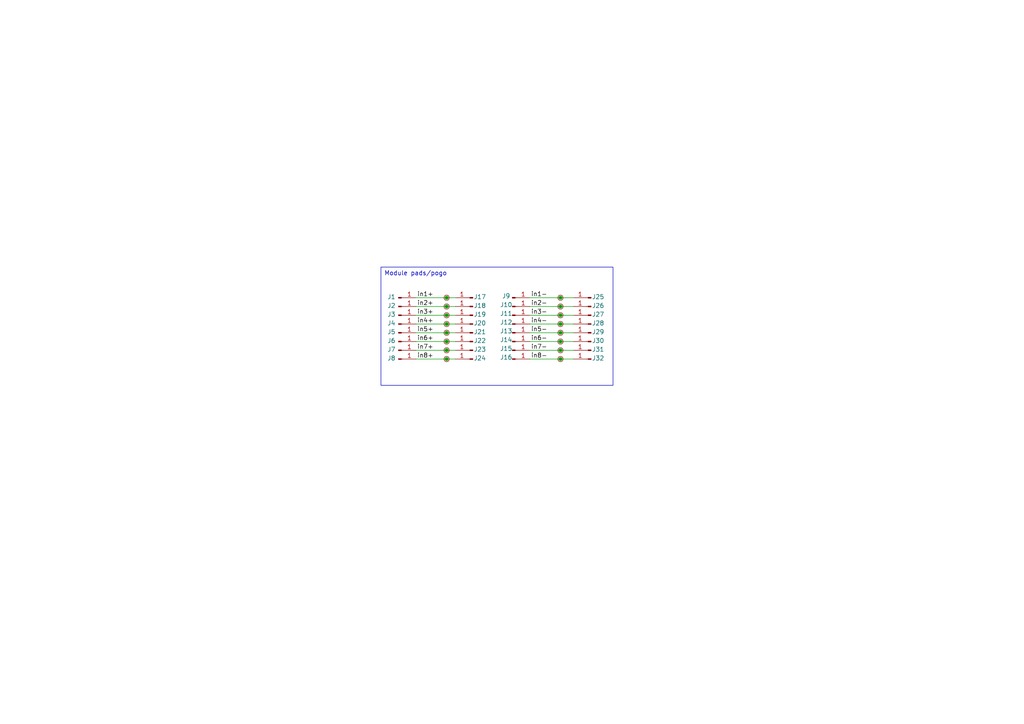
<source format=kicad_sch>
(kicad_sch (version 20231120) (generator "eeschema") (generator_version "8.0")
  (paper "A4")
  (title_block (title "Flex Electrodes") (date "2024-03-30") (rev "v1.0") (company "Aightech"))
  (lib_symbols
    (symbol "00_custom:TestPoint" (pin_numbers hide) (pin_names (offset 0.762) hide)
      (property "Reference" "TP" (at 0 6.858 0))
      (property "Value" "TestPoint" (at 0 5.08 0))
      (symbol "TestPoint_0_1"
        (circle (center 0 0) (radius 0.762))
      )
      (symbol "TestPoint_1_1"
        (pin passive line (at 0 0 90) (length 0) (name "1") (number "1"))
      )
    )
    (symbol "Connector:Conn_01x01_Pin" (pin_names (offset 1.016) hide)
      (property "Reference" "J" (at 0 2.54 0))
      (property "Value" "Conn_01x01_Pin" (at 0 -2.54 0))
      (symbol "Conn_01x01_Pin_1_1"
        (polyline (pts (xy 1.27 0) (xy 0.8636 0)) (stroke (width 0.1524)))
        (rectangle (start 0.8636 0.127) (end 0 -0.127) (stroke (width 0.1524)) (fill (type outline)))
        (pin passive line (at 5.08 0 180) (length 3.81) (name "Pin_1") (number "1"))
      )
    )
  )
  (junction (at 129.54 101.6))
  (junction (at 129.54 96.52))
  (junction (at 129.54 91.44))
  (junction (at 162.56 93.98))
  (junction (at 129.54 88.9))
  (junction (at 162.56 86.36))
  (junction (at 162.56 91.44))
  (junction (at 162.56 99.06))
  (junction (at 162.56 101.6))
  (junction (at 162.56 88.9))
  (junction (at 162.56 104.14))
  (junction (at 129.54 93.98))
  (junction (at 129.54 99.06))
  (junction (at 129.54 86.36))
  (junction (at 129.54 104.14))
  (junction (at 162.56 96.52))
  (wire (pts (xy 129.54 104.14) (xy 132.08 104.14)))
  (wire (pts (xy 153.67 96.52) (xy 162.56 96.52)))
  (wire (pts (xy 153.67 88.9) (xy 162.56 88.9)))
  (wire (pts (xy 120.65 104.14) (xy 129.54 104.14)))
  (wire (pts (xy 120.65 101.6) (xy 129.54 101.6)))
  (wire (pts (xy 120.65 91.44) (xy 129.54 91.44)))
  (wire (pts (xy 153.67 99.06) (xy 162.56 99.06)))
  (wire (pts (xy 153.67 104.14) (xy 162.56 104.14)))
  (wire (pts (xy 162.56 101.6) (xy 166.37 101.6)))
  (wire (pts (xy 120.65 99.06) (xy 129.54 99.06)))
  (wire (pts (xy 153.67 101.6) (xy 162.56 101.6)))
  (wire (pts (xy 129.54 88.9) (xy 132.08 88.9)))
  (wire (pts (xy 129.54 101.6) (xy 132.08 101.6)))
  (wire (pts (xy 129.54 99.06) (xy 132.08 99.06)))
  (wire (pts (xy 162.56 96.52) (xy 166.37 96.52)))
  (wire (pts (xy 162.56 88.9) (xy 166.37 88.9)))
  (wire (pts (xy 129.54 96.52) (xy 132.08 96.52)))
  (wire (pts (xy 162.56 99.06) (xy 166.37 99.06)))
  (wire (pts (xy 153.67 93.98) (xy 162.56 93.98)))
  (wire (pts (xy 129.54 93.98) (xy 132.08 93.98)))
  (wire (pts (xy 120.65 86.36) (xy 129.54 86.36)))
  (wire (pts (xy 162.56 91.44) (xy 166.37 91.44)))
  (wire (pts (xy 129.54 86.36) (xy 132.08 86.36)))
  (wire (pts (xy 129.54 91.44) (xy 132.08 91.44)))
  (wire (pts (xy 153.67 86.36) (xy 162.56 86.36)))
  (wire (pts (xy 162.56 86.36) (xy 166.37 86.36)))
  (wire (pts (xy 162.56 104.14) (xy 166.37 104.14)))
  (wire (pts (xy 153.67 91.44) (xy 162.56 91.44)))
  (wire (pts (xy 120.65 88.9) (xy 129.54 88.9)))
  (wire (pts (xy 162.56 93.98) (xy 166.37 93.98)))
  (wire (pts (xy 120.65 93.98) (xy 129.54 93.98)))
  (wire (pts (xy 120.65 96.52) (xy 129.54 96.52)))
  (text_box "Module pads/pogo" (at 110.49 77.47 0) (size 67.31 34.29) (effects (font (size 1.27 1.27)) (justify left top)))
  (label "in2-" (at 158.75 88.9 180))
  (label "in1-" (at 158.75 86.36 180))
  (label "in1+" (at 125.73 86.36 180))
  (label "in7+" (at 125.73 101.6 180))
  (label "in6+" (at 125.73 99.06 180))
  (label "in4+" (at 125.73 93.98 180))
  (label "in5-" (at 158.75 96.52 180))
  (label "in7-" (at 158.75 101.6 180))
  (label "in8-" (at 158.75 104.14 180))
  (label "in3+" (at 125.73 91.44 180))
  (label "in3-" (at 158.75 91.44 180))
  (label "in2+" (at 125.73 88.9 180))
  (label "in6-" (at 158.75 99.06 180))
  (label "in8+" (at 125.73 104.14 180))
  (label "in5+" (at 125.73 96.52 180))
  (label "in4-" (at 158.75 93.98 180))
  (symbol (lib_id "00_custom:TestPoint") (at 129.54 93.98 0) (unit 1)
    (property "Reference" "TP12" (effects (hide yes)))
    (property "Value" "TestPoint" (effects (hide yes)))
    (property "Footprint" "00_custom-footprints:SolderWirePad_1x01_SMD_1x2mm" (effects (hide yes)))
    (property "Description" "test point" (effects (hide yes)))
  )
  (symbol (lib_id "Connector:Conn_01x01_Pin") (at 115.57 101.6 0) (unit 1)
    (property "Reference" "J7" (at 113.538 101.346 0))
    (property "Value" "Conn_01x01_Pin" (effects (hide yes)))
    (property "Footprint" "00_custom-footprints:Pin_D1.2mm_pogo" (effects (hide yes)))
  )
  (symbol (lib_id "00_custom:TestPoint") (at 162.56 99.06 0) (unit 1)
    (property "Reference" "TP6" (effects (hide yes)))
    (property "Value" "TestPoint" (effects (hide yes)))
    (property "Footprint" "00_custom-footprints:SolderWirePad_1x01_SMD_1x2mm" (effects (hide yes)))
    (property "Description" "test point" (effects (hide yes)))
  )
  (symbol (lib_id "Connector:Conn_01x01_Pin") (at 148.59 93.98 0) (unit 1)
    (property "Reference" "J12" (at 146.812 93.472 0))
    (property "Value" "Conn_01x01_Pin" (effects (hide yes)))
    (property "Footprint" "00_custom-footprints:Pin_D1.2mm_pogo" (effects (hide yes)))
  )
  (symbol (lib_id "00_custom:TestPoint") (at 129.54 88.9 0) (unit 1)
    (property "Reference" "TP10" (effects (hide yes)))
    (property "Value" "TestPoint" (effects (hide yes)))
    (property "Footprint" "00_custom-footprints:SolderWirePad_1x01_SMD_1x2mm" (effects (hide yes)))
    (property "Description" "test point" (effects (hide yes)))
  )
  (symbol (lib_id "Connector:Conn_01x01_Pin") (at 171.45 99.06 0) (mirror y) (unit 1)
    (property "Reference" "J30" (at 173.482 98.806 0))
    (property "Value" "Conn_01x01_Pin" (effects (hide yes)))
    (property "Footprint" "00_custom-footprints:Pin_D1.2mm_pogo" (effects (hide yes)))
  )
  (symbol (lib_id "Connector:Conn_01x01_Pin") (at 115.57 86.36 0) (unit 1)
    (property "Reference" "J1" (at 113.538 86.106 0))
    (property "Value" "Conn_01x01_Pin" (effects (hide yes)))
    (property "Footprint" "00_custom-footprints:Pin_D1.2mm_pogo" (effects (hide yes)))
  )
  (symbol (lib_id "00_custom:TestPoint") (at 162.56 86.36 0) (unit 1)
    (property "Reference" "TP1" (effects (hide yes)))
    (property "Value" "TestPoint" (effects (hide yes)))
    (property "Footprint" "00_custom-footprints:SolderWirePad_1x01_SMD_1x2mm" (effects (hide yes)))
    (property "Description" "test point" (effects (hide yes)))
  )
  (symbol (lib_id "Connector:Conn_01x01_Pin") (at 115.57 96.52 0) (unit 1)
    (property "Reference" "J5" (at 113.538 96.266 0))
    (property "Value" "Conn_01x01_Pin" (effects (hide yes)))
    (property "Footprint" "00_custom-footprints:Pin_D1.2mm_pogo" (effects (hide yes)))
  )
  (symbol (lib_id "00_custom:TestPoint") (at 129.54 91.44 0) (unit 1)
    (property "Reference" "TP11" (effects (hide yes)))
    (property "Value" "TestPoint" (effects (hide yes)))
    (property "Footprint" "00_custom-footprints:SolderWirePad_1x01_SMD_1x2mm" (effects (hide yes)))
    (property "Description" "test point" (effects (hide yes)))
  )
  (symbol (lib_id "Connector:Conn_01x01_Pin") (at 171.45 86.36 0) (mirror y) (unit 1)
    (property "Reference" "J25" (at 173.482 86.106 0))
    (property "Value" "Conn_01x01_Pin" (effects (hide yes)))
    (property "Footprint" "00_custom-footprints:Pin_D1.2mm_pogo" (effects (hide yes)))
  )
  (symbol (lib_id "00_custom:TestPoint") (at 129.54 86.36 0) (unit 1)
    (property "Reference" "TP9" (effects (hide yes)))
    (property "Value" "TestPoint" (effects (hide yes)))
    (property "Footprint" "00_custom-footprints:SolderWirePad_1x01_SMD_1x2mm" (effects (hide yes)))
    (property "Description" "test point" (effects (hide yes)))
  )
  (symbol (lib_id "Connector:Conn_01x01_Pin") (at 171.45 88.9 0) (mirror y) (unit 1)
    (property "Reference" "J26" (at 173.482 88.646 0))
    (property "Value" "Conn_01x01_Pin" (effects (hide yes)))
    (property "Footprint" "00_custom-footprints:Pin_D1.2mm_pogo" (effects (hide yes)))
  )
  (symbol (lib_id "Connector:Conn_01x01_Pin") (at 171.45 104.14 0) (mirror y) (unit 1)
    (property "Reference" "J32" (at 173.482 103.886 0))
    (property "Value" "Conn_01x01_Pin" (effects (hide yes)))
    (property "Footprint" "00_custom-footprints:Pin_D1.2mm_pogo" (effects (hide yes)))
  )
  (symbol (lib_id "Connector:Conn_01x01_Pin") (at 137.16 96.52 0) (mirror y) (unit 1)
    (property "Reference" "J21" (at 139.192 96.266 0))
    (property "Value" "Conn_01x01_Pin" (effects (hide yes)))
    (property "Footprint" "00_custom-footprints:Pin_D1.2mm_pogo" (effects (hide yes)))
  )
  (symbol (lib_id "Connector:Conn_01x01_Pin") (at 171.45 91.44 0) (mirror y) (unit 1)
    (property "Reference" "J27" (at 173.482 91.186 0))
    (property "Value" "Conn_01x01_Pin" (effects (hide yes)))
    (property "Footprint" "00_custom-footprints:Pin_D1.2mm_pogo" (effects (hide yes)))
  )
  (symbol (lib_id "00_custom:TestPoint") (at 129.54 101.6 0) (unit 1)
    (property "Reference" "TP15" (effects (hide yes)))
    (property "Value" "TestPoint" (effects (hide yes)))
    (property "Footprint" "00_custom-footprints:SolderWirePad_1x01_SMD_1x2mm" (effects (hide yes)))
    (property "Description" "test point" (effects (hide yes)))
  )
  (symbol (lib_id "00_custom:TestPoint") (at 162.56 101.6 0) (unit 1)
    (property "Reference" "TP7" (effects (hide yes)))
    (property "Value" "TestPoint" (effects (hide yes)))
    (property "Footprint" "00_custom-footprints:SolderWirePad_1x01_SMD_1x2mm" (effects (hide yes)))
    (property "Description" "test point" (effects (hide yes)))
  )
  (symbol (lib_id "Connector:Conn_01x01_Pin") (at 137.16 93.98 0) (mirror y) (unit 1)
    (property "Reference" "J20" (at 139.192 93.726 0))
    (property "Value" "Conn_01x01_Pin" (effects (hide yes)))
    (property "Footprint" "00_custom-footprints:Pin_D1.2mm_pogo" (effects (hide yes)))
  )
  (symbol (lib_id "Connector:Conn_01x01_Pin") (at 148.59 104.14 0) (unit 1)
    (property "Reference" "J16" (at 146.812 103.632 0))
    (property "Value" "Conn_01x01_Pin" (effects (hide yes)))
    (property "Footprint" "00_custom-footprints:Pin_D1.2mm_pogo" (effects (hide yes)))
  )
  (symbol (lib_id "00_custom:TestPoint") (at 162.56 96.52 0) (unit 1)
    (property "Reference" "TP5" (effects (hide yes)))
    (property "Value" "TestPoint" (effects (hide yes)))
    (property "Footprint" "00_custom-footprints:SolderWirePad_1x01_SMD_1x2mm" (effects (hide yes)))
    (property "Description" "test point" (effects (hide yes)))
  )
  (symbol (lib_id "Connector:Conn_01x01_Pin") (at 148.59 96.52 0) (unit 1)
    (property "Reference" "J13" (at 146.812 96.012 0))
    (property "Value" "Conn_01x01_Pin" (effects (hide yes)))
    (property "Footprint" "00_custom-footprints:Pin_D1.2mm_pogo" (effects (hide yes)))
  )
  (symbol (lib_id "Connector:Conn_01x01_Pin") (at 137.16 88.9 0) (mirror y) (unit 1)
    (property "Reference" "J18" (at 139.192 88.646 0))
    (property "Value" "Conn_01x01_Pin" (effects (hide yes)))
    (property "Footprint" "00_custom-footprints:Pin_D1.2mm_pogo" (effects (hide yes)))
  )
  (symbol (lib_id "Connector:Conn_01x01_Pin") (at 148.59 91.44 0) (unit 1)
    (property "Reference" "J11" (at 146.812 90.932 0))
    (property "Value" "Conn_01x01_Pin" (effects (hide yes)))
    (property "Footprint" "00_custom-footprints:Pin_D1.2mm_pogo" (effects (hide yes)))
  )
  (symbol (lib_id "Connector:Conn_01x01_Pin") (at 137.16 104.14 0) (mirror y) (unit 1)
    (property "Reference" "J24" (at 139.192 103.886 0))
    (property "Value" "Conn_01x01_Pin" (effects (hide yes)))
    (property "Footprint" "00_custom-footprints:Pin_D1.2mm_pogo" (effects (hide yes)))
  )
  (symbol (lib_id "Connector:Conn_01x01_Pin") (at 115.57 104.14 0) (unit 1)
    (property "Reference" "J8" (at 113.538 103.886 0))
    (property "Value" "Conn_01x01_Pin" (effects (hide yes)))
    (property "Footprint" "00_custom-footprints:Pin_D1.2mm_pogo" (effects (hide yes)))
  )
  (symbol (lib_id "Connector:Conn_01x01_Pin") (at 137.16 99.06 0) (mirror y) (unit 1)
    (property "Reference" "J22" (at 139.192 98.806 0))
    (property "Value" "Conn_01x01_Pin" (effects (hide yes)))
    (property "Footprint" "00_custom-footprints:Pin_D1.2mm_pogo" (effects (hide yes)))
  )
  (symbol (lib_id "00_custom:TestPoint") (at 162.56 104.14 0) (unit 1)
    (property "Reference" "TP8" (effects (hide yes)))
    (property "Value" "TestPoint" (effects (hide yes)))
    (property "Footprint" "00_custom-footprints:SolderWirePad_1x01_SMD_1x2mm" (effects (hide yes)))
    (property "Description" "test point" (effects (hide yes)))
  )
  (symbol (lib_id "Connector:Conn_01x01_Pin") (at 137.16 91.44 0) (mirror y) (unit 1)
    (property "Reference" "J19" (at 139.192 91.186 0))
    (property "Value" "Conn_01x01_Pin" (effects (hide yes)))
    (property "Footprint" "00_custom-footprints:Pin_D1.2mm_pogo" (effects (hide yes)))
  )
  (symbol (lib_id "Connector:Conn_01x01_Pin") (at 115.57 88.9 0) (unit 1)
    (property "Reference" "J2" (at 113.538 88.646 0))
    (property "Value" "Conn_01x01_Pin" (effects (hide yes)))
    (property "Footprint" "00_custom-footprints:Pin_D1.2mm_pogo" (effects (hide yes)))
  )
  (symbol (lib_id "00_custom:TestPoint") (at 129.54 96.52 0) (unit 1)
    (property "Reference" "TP13" (effects (hide yes)))
    (property "Value" "TestPoint" (effects (hide yes)))
    (property "Footprint" "00_custom-footprints:SolderWirePad_1x01_SMD_1x2mm" (effects (hide yes)))
    (property "Description" "test point" (effects (hide yes)))
  )
  (symbol (lib_id "Connector:Conn_01x01_Pin") (at 148.59 101.6 0) (unit 1)
    (property "Reference" "J15" (at 146.812 101.092 0))
    (property "Value" "Conn_01x01_Pin" (effects (hide yes)))
    (property "Footprint" "00_custom-footprints:Pin_D1.2mm_pogo" (effects (hide yes)))
  )
  (symbol (lib_id "Connector:Conn_01x01_Pin") (at 171.45 93.98 0) (mirror y) (unit 1)
    (property "Reference" "J28" (at 173.482 93.726 0))
    (property "Value" "Conn_01x01_Pin" (effects (hide yes)))
    (property "Footprint" "00_custom-footprints:Pin_D1.2mm_pogo" (effects (hide yes)))
  )
  (symbol (lib_id "Connector:Conn_01x01_Pin") (at 148.59 86.36 0) (unit 1)
    (property "Reference" "J9" (at 146.812 85.852 0))
    (property "Value" "Conn_01x01_Pin" (effects (hide yes)))
    (property "Footprint" "00_custom-footprints:Pin_D1.2mm_pogo" (effects (hide yes)))
  )
  (symbol (lib_id "Connector:Conn_01x01_Pin") (at 148.59 99.06 0) (unit 1)
    (property "Reference" "J14" (at 146.812 98.552 0))
    (property "Value" "Conn_01x01_Pin" (effects (hide yes)))
    (property "Footprint" "00_custom-footprints:Pin_D1.2mm_pogo" (effects (hide yes)))
  )
  (symbol (lib_id "Connector:Conn_01x01_Pin") (at 115.57 91.44 0) (unit 1)
    (property "Reference" "J3" (at 113.538 91.186 0))
    (property "Value" "Conn_01x01_Pin" (effects (hide yes)))
    (property "Footprint" "00_custom-footprints:Pin_D1.2mm_pogo" (effects (hide yes)))
  )
  (symbol (lib_id "Connector:Conn_01x01_Pin") (at 171.45 96.52 0) (mirror y) (unit 1)
    (property "Reference" "J29" (at 173.482 96.266 0))
    (property "Value" "Conn_01x01_Pin" (effects (hide yes)))
    (property "Footprint" "00_custom-footprints:Pin_D1.2mm_pogo" (effects (hide yes)))
  )
  (symbol (lib_id "Connector:Conn_01x01_Pin") (at 115.57 93.98 0) (unit 1)
    (property "Reference" "J4" (at 113.538 93.726 0))
    (property "Value" "Conn_01x01_Pin" (effects (hide yes)))
    (property "Footprint" "00_custom-footprints:Pin_D1.2mm_pogo" (effects (hide yes)))
  )
  (symbol (lib_id "Connector:Conn_01x01_Pin") (at 137.16 101.6 0) (mirror y) (unit 1)
    (property "Reference" "J23" (at 139.192 101.346 0))
    (property "Value" "Conn_01x01_Pin" (effects (hide yes)))
    (property "Footprint" "00_custom-footprints:Pin_D1.2mm_pogo" (effects (hide yes)))
  )
  (symbol (lib_id "Connector:Conn_01x01_Pin") (at 148.59 88.9 0) (unit 1)
    (property "Reference" "J10" (at 146.812 88.392 0))
    (property "Value" "Conn_01x01_Pin" (effects (hide yes)))
    (property "Footprint" "00_custom-footprints:Pin_D1.2mm_pogo" (effects (hide yes)))
  )
  (symbol (lib_id "Connector:Conn_01x01_Pin") (at 137.16 86.36 0) (mirror y) (unit 1)
    (property "Reference" "J17" (at 139.192 86.106 0))
    (property "Value" "Conn_01x01_Pin" (effects (hide yes)))
    (property "Footprint" "00_custom-footprints:Pin_D1.2mm_pogo" (effects (hide yes)))
  )
  (symbol (lib_id "Connector:Conn_01x01_Pin") (at 115.57 99.06 0) (unit 1)
    (property "Reference" "J6" (at 113.538 98.806 0))
    (property "Value" "Conn_01x01_Pin" (effects (hide yes)))
    (property "Footprint" "00_custom-footprints:Pin_D1.2mm_pogo" (effects (hide yes)))
  )
  (symbol (lib_id "00_custom:TestPoint") (at 129.54 104.14 0) (unit 1)
    (property "Reference" "TP16" (effects (hide yes)))
    (property "Value" "TestPoint" (effects (hide yes)))
    (property "Footprint" "00_custom-footprints:SolderWirePad_1x01_SMD_1x2mm" (effects (hide yes)))
    (property "Description" "test point" (effects (hide yes)))
  )
  (symbol (lib_id "00_custom:TestPoint") (at 162.56 91.44 0) (unit 1)
    (property "Reference" "TP3" (effects (hide yes)))
    (property "Value" "TestPoint" (effects (hide yes)))
    (property "Footprint" "00_custom-footprints:SolderWirePad_1x01_SMD_1x2mm" (effects (hide yes)))
    (property "Description" "test point" (effects (hide yes)))
  )
  (symbol (lib_id "00_custom:TestPoint") (at 129.54 99.06 0) (unit 1)
    (property "Reference" "TP14" (effects (hide yes)))
    (property "Value" "TestPoint" (effects (hide yes)))
    (property "Footprint" "00_custom-footprints:SolderWirePad_1x01_SMD_1x2mm" (effects (hide yes)))
    (property "Description" "test point" (effects (hide yes)))
  )
  (symbol (lib_id "00_custom:TestPoint") (at 162.56 88.9 0) (unit 1)
    (property "Reference" "TP2" (effects (hide yes)))
    (property "Value" "TestPoint" (effects (hide yes)))
    (property "Footprint" "00_custom-footprints:SolderWirePad_1x01_SMD_1x2mm" (effects (hide yes)))
    (property "Description" "test point" (effects (hide yes)))
  )
  (symbol (lib_id "00_custom:TestPoint") (at 162.56 93.98 0) (unit 1)
    (property "Reference" "TP4" (effects (hide yes)))
    (property "Value" "TestPoint" (effects (hide yes)))
    (property "Footprint" "00_custom-footprints:SolderWirePad_1x01_SMD_1x2mm" (effects (hide yes)))
    (property "Description" "test point" (effects (hide yes)))
  )
  (symbol (lib_id "Connector:Conn_01x01_Pin") (at 171.45 101.6 0) (mirror y) (unit 1)
    (property "Reference" "J31" (at 173.482 101.346 0))
    (property "Value" "Conn_01x01_Pin" (effects (hide yes)))
    (property "Footprint" "00_custom-footprints:Pin_D1.2mm_pogo" (effects (hide yes)))
  )
)
</source>
